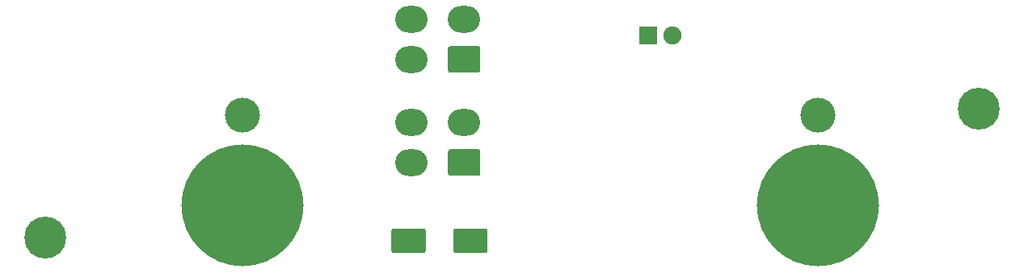
<source format=gbr>
%TF.GenerationSoftware,KiCad,Pcbnew,(5.1.6)-1*%
%TF.CreationDate,2020-12-18T17:10:49+11:00*%
%TF.ProjectId,HYD ISO Panel PCB V2,48594420-4953-44f2-9050-616e656c2050,rev?*%
%TF.SameCoordinates,Original*%
%TF.FileFunction,Soldermask,Bot*%
%TF.FilePolarity,Negative*%
%FSLAX46Y46*%
G04 Gerber Fmt 4.6, Leading zero omitted, Abs format (unit mm)*
G04 Created by KiCad (PCBNEW (5.1.6)-1) date 2020-12-18 17:10:49*
%MOMM*%
%LPD*%
G01*
G04 APERTURE LIST*
%ADD10C,4.400000*%
%ADD11C,12.800000*%
%ADD12C,3.672000*%
%ADD13O,3.400000X2.800000*%
%ADD14C,1.900000*%
%ADD15R,1.900000X1.900000*%
G04 APERTURE END LIST*
D10*
%TO.C,REF\u002A\u002A*%
X168901109Y-73724776D03*
%TD*%
%TO.C,REF\u002A\u002A*%
X71111109Y-87250276D03*
%TD*%
D11*
%TO.C,REF\u002A\u002A*%
X152073609Y-83884776D03*
X152073609Y-83884776D03*
D12*
X152073609Y-74359776D03*
%TD*%
D11*
%TO.C,REF\u002A\u002A*%
X91748609Y-83884776D03*
X91748609Y-83884776D03*
D12*
X91748609Y-74359776D03*
%TD*%
D13*
%TO.C,J2*%
X109485800Y-75164840D03*
X109485800Y-79364840D03*
X114985800Y-75164840D03*
G36*
G01*
X116426540Y-80764840D02*
X113545060Y-80764840D01*
G75*
G02*
X113285800Y-80505580I0J259260D01*
G01*
X113285800Y-78224100D01*
G75*
G02*
X113545060Y-77964840I259260J0D01*
G01*
X116426540Y-77964840D01*
G75*
G02*
X116685800Y-78224100I0J-259260D01*
G01*
X116685800Y-80505580D01*
G75*
G02*
X116426540Y-80764840I-259260J0D01*
G01*
G37*
%TD*%
%TO.C,J1*%
X109468920Y-64320420D03*
X109468920Y-68520420D03*
X114968920Y-64320420D03*
G36*
G01*
X116409660Y-69920420D02*
X113528180Y-69920420D01*
G75*
G02*
X113268920Y-69661160I0J259260D01*
G01*
X113268920Y-67379680D01*
G75*
G02*
X113528180Y-67120420I259260J0D01*
G01*
X116409660Y-67120420D01*
G75*
G02*
X116668920Y-67379680I0J-259260D01*
G01*
X116668920Y-69661160D01*
G75*
G02*
X116409660Y-69920420I-259260J0D01*
G01*
G37*
%TD*%
%TO.C,C1*%
G36*
G01*
X110942460Y-86551900D02*
X110942460Y-88631900D01*
G75*
G02*
X110682460Y-88891900I-260000J0D01*
G01*
X107602460Y-88891900D01*
G75*
G02*
X107342460Y-88631900I0J260000D01*
G01*
X107342460Y-86551900D01*
G75*
G02*
X107602460Y-86291900I260000J0D01*
G01*
X110682460Y-86291900D01*
G75*
G02*
X110942460Y-86551900I0J-260000D01*
G01*
G37*
G36*
G01*
X117442460Y-86551900D02*
X117442460Y-88631900D01*
G75*
G02*
X117182460Y-88891900I-260000J0D01*
G01*
X114102460Y-88891900D01*
G75*
G02*
X113842460Y-88631900I0J260000D01*
G01*
X113842460Y-86551900D01*
G75*
G02*
X114102460Y-86291900I260000J0D01*
G01*
X117182460Y-86291900D01*
G75*
G02*
X117442460Y-86551900I0J-260000D01*
G01*
G37*
%TD*%
D14*
%TO.C,D25*%
X136800000Y-66000000D03*
D15*
X134260000Y-66000000D03*
%TD*%
M02*

</source>
